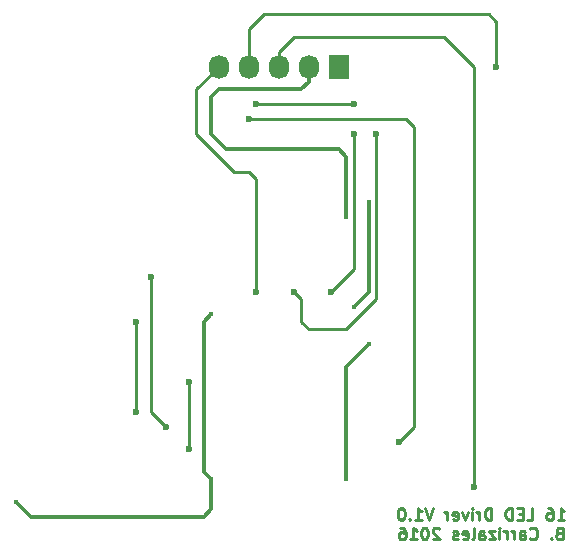
<source format=gbl>
G04 #@! TF.FileFunction,Copper,L2,Bot,Signal*
%FSLAX46Y46*%
G04 Gerber Fmt 4.6, Leading zero omitted, Abs format (unit mm)*
G04 Created by KiCad (PCBNEW 4.0.2-stable) date Monday, September 05, 2016 'PMt' 06:21:07 PM*
%MOMM*%
G01*
G04 APERTURE LIST*
%ADD10C,0.100000*%
%ADD11C,0.250000*%
%ADD12R,1.727200X2.032000*%
%ADD13O,1.727200X2.032000*%
%ADD14C,0.400000*%
%ADD15C,0.600000*%
%ADD16C,0.380000*%
G04 APERTURE END LIST*
D10*
D11*
X159511191Y-110752381D02*
X160082620Y-110752381D01*
X159796906Y-110752381D02*
X159796906Y-109752381D01*
X159892144Y-109895238D01*
X159987382Y-109990476D01*
X160082620Y-110038095D01*
X158654048Y-109752381D02*
X158844525Y-109752381D01*
X158939763Y-109800000D01*
X158987382Y-109847619D01*
X159082620Y-109990476D01*
X159130239Y-110180952D01*
X159130239Y-110561905D01*
X159082620Y-110657143D01*
X159035001Y-110704762D01*
X158939763Y-110752381D01*
X158749286Y-110752381D01*
X158654048Y-110704762D01*
X158606429Y-110657143D01*
X158558810Y-110561905D01*
X158558810Y-110323810D01*
X158606429Y-110228571D01*
X158654048Y-110180952D01*
X158749286Y-110133333D01*
X158939763Y-110133333D01*
X159035001Y-110180952D01*
X159082620Y-110228571D01*
X159130239Y-110323810D01*
X156892143Y-110752381D02*
X157368334Y-110752381D01*
X157368334Y-109752381D01*
X156558810Y-110228571D02*
X156225476Y-110228571D01*
X156082619Y-110752381D02*
X156558810Y-110752381D01*
X156558810Y-109752381D01*
X156082619Y-109752381D01*
X155654048Y-110752381D02*
X155654048Y-109752381D01*
X155415953Y-109752381D01*
X155273095Y-109800000D01*
X155177857Y-109895238D01*
X155130238Y-109990476D01*
X155082619Y-110180952D01*
X155082619Y-110323810D01*
X155130238Y-110514286D01*
X155177857Y-110609524D01*
X155273095Y-110704762D01*
X155415953Y-110752381D01*
X155654048Y-110752381D01*
X153892143Y-110752381D02*
X153892143Y-109752381D01*
X153654048Y-109752381D01*
X153511190Y-109800000D01*
X153415952Y-109895238D01*
X153368333Y-109990476D01*
X153320714Y-110180952D01*
X153320714Y-110323810D01*
X153368333Y-110514286D01*
X153415952Y-110609524D01*
X153511190Y-110704762D01*
X153654048Y-110752381D01*
X153892143Y-110752381D01*
X152892143Y-110752381D02*
X152892143Y-110085714D01*
X152892143Y-110276190D02*
X152844524Y-110180952D01*
X152796905Y-110133333D01*
X152701667Y-110085714D01*
X152606428Y-110085714D01*
X152273095Y-110752381D02*
X152273095Y-110085714D01*
X152273095Y-109752381D02*
X152320714Y-109800000D01*
X152273095Y-109847619D01*
X152225476Y-109800000D01*
X152273095Y-109752381D01*
X152273095Y-109847619D01*
X151892143Y-110085714D02*
X151654048Y-110752381D01*
X151415952Y-110085714D01*
X150654047Y-110704762D02*
X150749285Y-110752381D01*
X150939762Y-110752381D01*
X151035000Y-110704762D01*
X151082619Y-110609524D01*
X151082619Y-110228571D01*
X151035000Y-110133333D01*
X150939762Y-110085714D01*
X150749285Y-110085714D01*
X150654047Y-110133333D01*
X150606428Y-110228571D01*
X150606428Y-110323810D01*
X151082619Y-110419048D01*
X150177857Y-110752381D02*
X150177857Y-110085714D01*
X150177857Y-110276190D02*
X150130238Y-110180952D01*
X150082619Y-110133333D01*
X149987381Y-110085714D01*
X149892142Y-110085714D01*
X148939761Y-109752381D02*
X148606428Y-110752381D01*
X148273094Y-109752381D01*
X147415951Y-110752381D02*
X147987380Y-110752381D01*
X147701666Y-110752381D02*
X147701666Y-109752381D01*
X147796904Y-109895238D01*
X147892142Y-109990476D01*
X147987380Y-110038095D01*
X146987380Y-110657143D02*
X146939761Y-110704762D01*
X146987380Y-110752381D01*
X147034999Y-110704762D01*
X146987380Y-110657143D01*
X146987380Y-110752381D01*
X146320714Y-109752381D02*
X146225475Y-109752381D01*
X146130237Y-109800000D01*
X146082618Y-109847619D01*
X146034999Y-109942857D01*
X145987380Y-110133333D01*
X145987380Y-110371429D01*
X146034999Y-110561905D01*
X146082618Y-110657143D01*
X146130237Y-110704762D01*
X146225475Y-110752381D01*
X146320714Y-110752381D01*
X146415952Y-110704762D01*
X146463571Y-110657143D01*
X146511190Y-110561905D01*
X146558809Y-110371429D01*
X146558809Y-110133333D01*
X146511190Y-109942857D01*
X146463571Y-109847619D01*
X146415952Y-109800000D01*
X146320714Y-109752381D01*
X159630238Y-111878571D02*
X159487381Y-111926190D01*
X159439762Y-111973810D01*
X159392143Y-112069048D01*
X159392143Y-112211905D01*
X159439762Y-112307143D01*
X159487381Y-112354762D01*
X159582619Y-112402381D01*
X159963572Y-112402381D01*
X159963572Y-111402381D01*
X159630238Y-111402381D01*
X159535000Y-111450000D01*
X159487381Y-111497619D01*
X159439762Y-111592857D01*
X159439762Y-111688095D01*
X159487381Y-111783333D01*
X159535000Y-111830952D01*
X159630238Y-111878571D01*
X159963572Y-111878571D01*
X158963572Y-112307143D02*
X158915953Y-112354762D01*
X158963572Y-112402381D01*
X159011191Y-112354762D01*
X158963572Y-112307143D01*
X158963572Y-112402381D01*
X157154048Y-112307143D02*
X157201667Y-112354762D01*
X157344524Y-112402381D01*
X157439762Y-112402381D01*
X157582620Y-112354762D01*
X157677858Y-112259524D01*
X157725477Y-112164286D01*
X157773096Y-111973810D01*
X157773096Y-111830952D01*
X157725477Y-111640476D01*
X157677858Y-111545238D01*
X157582620Y-111450000D01*
X157439762Y-111402381D01*
X157344524Y-111402381D01*
X157201667Y-111450000D01*
X157154048Y-111497619D01*
X156296905Y-112402381D02*
X156296905Y-111878571D01*
X156344524Y-111783333D01*
X156439762Y-111735714D01*
X156630239Y-111735714D01*
X156725477Y-111783333D01*
X156296905Y-112354762D02*
X156392143Y-112402381D01*
X156630239Y-112402381D01*
X156725477Y-112354762D01*
X156773096Y-112259524D01*
X156773096Y-112164286D01*
X156725477Y-112069048D01*
X156630239Y-112021429D01*
X156392143Y-112021429D01*
X156296905Y-111973810D01*
X155820715Y-112402381D02*
X155820715Y-111735714D01*
X155820715Y-111926190D02*
X155773096Y-111830952D01*
X155725477Y-111783333D01*
X155630239Y-111735714D01*
X155535000Y-111735714D01*
X155201667Y-112402381D02*
X155201667Y-111735714D01*
X155201667Y-111926190D02*
X155154048Y-111830952D01*
X155106429Y-111783333D01*
X155011191Y-111735714D01*
X154915952Y-111735714D01*
X154582619Y-112402381D02*
X154582619Y-111735714D01*
X154582619Y-111402381D02*
X154630238Y-111450000D01*
X154582619Y-111497619D01*
X154535000Y-111450000D01*
X154582619Y-111402381D01*
X154582619Y-111497619D01*
X154201667Y-111735714D02*
X153677857Y-111735714D01*
X154201667Y-112402381D01*
X153677857Y-112402381D01*
X152868333Y-112402381D02*
X152868333Y-111878571D01*
X152915952Y-111783333D01*
X153011190Y-111735714D01*
X153201667Y-111735714D01*
X153296905Y-111783333D01*
X152868333Y-112354762D02*
X152963571Y-112402381D01*
X153201667Y-112402381D01*
X153296905Y-112354762D01*
X153344524Y-112259524D01*
X153344524Y-112164286D01*
X153296905Y-112069048D01*
X153201667Y-112021429D01*
X152963571Y-112021429D01*
X152868333Y-111973810D01*
X152249286Y-112402381D02*
X152344524Y-112354762D01*
X152392143Y-112259524D01*
X152392143Y-111402381D01*
X151487380Y-112354762D02*
X151582618Y-112402381D01*
X151773095Y-112402381D01*
X151868333Y-112354762D01*
X151915952Y-112259524D01*
X151915952Y-111878571D01*
X151868333Y-111783333D01*
X151773095Y-111735714D01*
X151582618Y-111735714D01*
X151487380Y-111783333D01*
X151439761Y-111878571D01*
X151439761Y-111973810D01*
X151915952Y-112069048D01*
X151058809Y-112354762D02*
X150963571Y-112402381D01*
X150773095Y-112402381D01*
X150677856Y-112354762D01*
X150630237Y-112259524D01*
X150630237Y-112211905D01*
X150677856Y-112116667D01*
X150773095Y-112069048D01*
X150915952Y-112069048D01*
X151011190Y-112021429D01*
X151058809Y-111926190D01*
X151058809Y-111878571D01*
X151011190Y-111783333D01*
X150915952Y-111735714D01*
X150773095Y-111735714D01*
X150677856Y-111783333D01*
X149487380Y-111497619D02*
X149439761Y-111450000D01*
X149344523Y-111402381D01*
X149106427Y-111402381D01*
X149011189Y-111450000D01*
X148963570Y-111497619D01*
X148915951Y-111592857D01*
X148915951Y-111688095D01*
X148963570Y-111830952D01*
X149534999Y-112402381D01*
X148915951Y-112402381D01*
X148296904Y-111402381D02*
X148201665Y-111402381D01*
X148106427Y-111450000D01*
X148058808Y-111497619D01*
X148011189Y-111592857D01*
X147963570Y-111783333D01*
X147963570Y-112021429D01*
X148011189Y-112211905D01*
X148058808Y-112307143D01*
X148106427Y-112354762D01*
X148201665Y-112402381D01*
X148296904Y-112402381D01*
X148392142Y-112354762D01*
X148439761Y-112307143D01*
X148487380Y-112211905D01*
X148534999Y-112021429D01*
X148534999Y-111783333D01*
X148487380Y-111592857D01*
X148439761Y-111497619D01*
X148392142Y-111450000D01*
X148296904Y-111402381D01*
X147011189Y-112402381D02*
X147582618Y-112402381D01*
X147296904Y-112402381D02*
X147296904Y-111402381D01*
X147392142Y-111545238D01*
X147487380Y-111640476D01*
X147582618Y-111688095D01*
X146154046Y-111402381D02*
X146344523Y-111402381D01*
X146439761Y-111450000D01*
X146487380Y-111497619D01*
X146582618Y-111640476D01*
X146630237Y-111830952D01*
X146630237Y-112211905D01*
X146582618Y-112307143D01*
X146534999Y-112354762D01*
X146439761Y-112402381D01*
X146249284Y-112402381D01*
X146154046Y-112354762D01*
X146106427Y-112307143D01*
X146058808Y-112211905D01*
X146058808Y-111973810D01*
X146106427Y-111878571D01*
X146154046Y-111830952D01*
X146249284Y-111783333D01*
X146439761Y-111783333D01*
X146534999Y-111830952D01*
X146582618Y-111878571D01*
X146630237Y-111973810D01*
D12*
X140970000Y-72390000D03*
D13*
X138430000Y-72390000D03*
X135890000Y-72390000D03*
X133350000Y-72390000D03*
X130810000Y-72390000D03*
D14*
X113665000Y-109220000D03*
X130175000Y-107315000D03*
X130175000Y-93345000D03*
X143510000Y-95885000D03*
X142240000Y-92710000D03*
X143510000Y-83820000D03*
X141605000Y-107315000D03*
X141605000Y-99695000D03*
X141605000Y-85090000D03*
D15*
X128270000Y-104775000D03*
X128270000Y-99060000D03*
X123825000Y-93980000D03*
X123825000Y-101600000D03*
X125095000Y-90170000D03*
X126365000Y-102870000D03*
X146050000Y-104140000D03*
X133350000Y-76835000D03*
X152400000Y-107950000D03*
X154305000Y-72390000D03*
X144145000Y-78105000D03*
X137160000Y-91440000D03*
X133985000Y-91440000D03*
X133985000Y-75565000D03*
X142240000Y-75565000D03*
X142240000Y-78105000D03*
X140335000Y-91440000D03*
D16*
X130175000Y-107315000D02*
X130175000Y-109855000D01*
X114935000Y-110490000D02*
X113665000Y-109220000D01*
X129540000Y-110490000D02*
X114935000Y-110490000D01*
X130175000Y-109855000D02*
X129540000Y-110490000D01*
X129540000Y-106680000D02*
X130175000Y-107315000D01*
X129540000Y-93980000D02*
X129540000Y-106680000D01*
X130175000Y-93345000D02*
X129540000Y-93980000D01*
X141605000Y-97790000D02*
X141605000Y-99695000D01*
X143510000Y-95885000D02*
X141605000Y-97790000D01*
X143510000Y-91440000D02*
X142240000Y-92710000D01*
X143510000Y-83820000D02*
X143510000Y-91440000D01*
X141605000Y-107315000D02*
X141605000Y-99695000D01*
X138430000Y-72390000D02*
X138430000Y-73660000D01*
X141605000Y-80010000D02*
X141605000Y-85090000D01*
X140970000Y-79375000D02*
X141605000Y-80010000D01*
X131445000Y-79375000D02*
X140970000Y-79375000D01*
X130175000Y-78105000D02*
X131445000Y-79375000D01*
X130175000Y-74930000D02*
X130175000Y-78105000D01*
X130810000Y-74295000D02*
X130175000Y-74930000D01*
X137795000Y-74295000D02*
X130810000Y-74295000D01*
X138430000Y-73660000D02*
X137795000Y-74295000D01*
D11*
X128270000Y-99060000D02*
X128270000Y-104775000D01*
X123825000Y-101600000D02*
X123825000Y-93980000D01*
X125095000Y-101600000D02*
X125095000Y-90170000D01*
X126365000Y-102870000D02*
X125095000Y-101600000D01*
X147320000Y-102870000D02*
X146050000Y-104140000D01*
X147320000Y-77470000D02*
X147320000Y-102870000D01*
X146685000Y-76835000D02*
X147320000Y-77470000D01*
X133350000Y-76835000D02*
X146685000Y-76835000D01*
X135890000Y-72390000D02*
X135890000Y-71120000D01*
X152400000Y-72390000D02*
X152400000Y-107950000D01*
X149860000Y-69850000D02*
X152400000Y-72390000D01*
X137160000Y-69850000D02*
X149860000Y-69850000D01*
X135890000Y-71120000D02*
X137160000Y-69850000D01*
X133350000Y-69215000D02*
X133350000Y-72390000D01*
X134620000Y-67945000D02*
X133350000Y-69215000D01*
X153670000Y-67945000D02*
X134620000Y-67945000D01*
X154305000Y-68580000D02*
X153670000Y-67945000D01*
X154305000Y-72390000D02*
X154305000Y-68580000D01*
X144145000Y-92075000D02*
X144145000Y-78105000D01*
X141605000Y-94615000D02*
X144145000Y-92075000D01*
X138430000Y-94615000D02*
X141605000Y-94615000D01*
X137795000Y-93980000D02*
X138430000Y-94615000D01*
X137795000Y-92075000D02*
X137795000Y-93980000D01*
X137160000Y-91440000D02*
X137795000Y-92075000D01*
X128905000Y-74295000D02*
X130810000Y-72390000D01*
X128905000Y-78105000D02*
X128905000Y-74295000D01*
X132080000Y-81280000D02*
X128905000Y-78105000D01*
X133350000Y-81280000D02*
X132080000Y-81280000D01*
X133985000Y-81915000D02*
X133350000Y-81280000D01*
X133985000Y-91440000D02*
X133985000Y-81915000D01*
X142240000Y-75565000D02*
X133985000Y-75565000D01*
X142240000Y-89535000D02*
X142240000Y-78105000D01*
X140335000Y-91440000D02*
X142240000Y-89535000D01*
M02*

</source>
